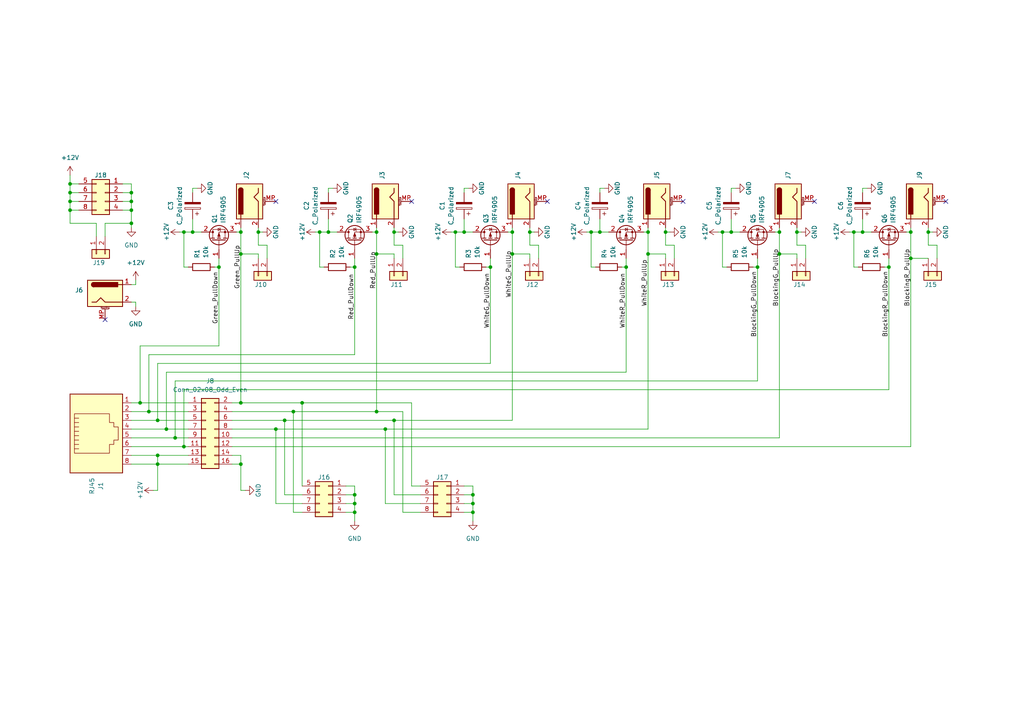
<source format=kicad_sch>
(kicad_sch (version 20230121) (generator eeschema)
  (paper "A4")
  (lib_symbols
    (symbol "Connector:Barrel_Jack_MountingPin" (pin_names hide)
      (property "Reference" "J" (at 0 5.334 0))
      (property "Value" "Barrel_Jack_MountingPin" (at 1.27 -6.35 0))
      (symbol "Barrel_Jack_MountingPin_0_1"
        (rectangle (start -5.08 3.81) (end 5.08 -3.81) (stroke (width 0.254)) (fill (type background)))
        (arc (start -3.302 3.175) (mid -3.9343 2.54) (end -3.302 1.905) (stroke (width 0.254)))
        (arc (start -3.302 3.175) (mid -3.9343 2.54) (end -3.302 1.905) (stroke (width 0.254)) (fill (type outline)))
        (polyline (pts (xy 5.08 2.54) (xy 3.81 2.54)) (stroke (width 0.254)))
        (polyline (pts (xy -3.81 -2.54) (xy -2.54 -2.54) (xy -1.27 -1.27) (xy 0 -2.54) (xy 2.54 -2.54) (xy 5.08 -2.54)) (stroke (width 0.254)))
        (rectangle (start 3.683 3.175) (end -3.302 1.905) (stroke (width 0.254)) (fill (type outline)))
      )
      (symbol "Barrel_Jack_MountingPin_1_1"
        (polyline (pts (xy -1.016 -4.572) (xy 1.016 -4.572)) (stroke (width 0.1524)))
        (text "Mounting" (at 0 -4.191 0) (effects (font (size 0.381 0.381))))
        (pin passive line (at 7.62 2.54 180) (length 2.54) (name "~") (number "1"))
        (pin passive line (at 7.62 -2.54 180) (length 2.54) (name "~") (number "2"))
        (pin passive line (at 0 -7.62 90) (length 3.048) (name "MountPin") (number "MP"))
      )
    )
    (symbol "Connector:RJ45" (pin_names (offset 1.016))
      (property "Reference" "J" (at -5.08 13.97 0))
      (property "Value" "RJ45" (at 2.54 13.97 0))
      (symbol "RJ45_0_1"
        (polyline (pts (xy -5.08 4.445) (xy -6.35 4.445)))
        (polyline (pts (xy -5.08 5.715) (xy -6.35 5.715)))
        (polyline (pts (xy -6.35 -3.175) (xy -5.08 -3.175) (xy -5.08 -3.175)))
        (polyline (pts (xy -6.35 -1.905) (xy -5.08 -1.905) (xy -5.08 -1.905)))
        (polyline (pts (xy -6.35 -0.635) (xy -5.08 -0.635) (xy -5.08 -0.635)))
        (polyline (pts (xy -6.35 0.635) (xy -5.08 0.635) (xy -5.08 0.635)))
        (polyline (pts (xy -6.35 1.905) (xy -5.08 1.905) (xy -5.08 1.905)))
        (polyline (pts (xy -5.08 3.175) (xy -6.35 3.175) (xy -6.35 3.175)))
        (polyline (pts (xy -6.35 -4.445) (xy -6.35 6.985) (xy 3.81 6.985) (xy 3.81 4.445) (xy 5.08 4.445) (xy 5.08 3.175) (xy 6.35 3.175) (xy 6.35 -0.635) (xy 5.08 -0.635) (xy 5.08 -1.905) (xy 3.81 -1.905) (xy 3.81 -4.445) (xy -6.35 -4.445) (xy -6.35 -4.445)))
        (rectangle (start 7.62 12.7) (end -7.62 -10.16) (stroke (width 0.254)) (fill (type background)))
      )
      (symbol "RJ45_1_1"
        (pin passive line (at 10.16 -7.62 180) (length 2.54) (name "~") (number "1"))
        (pin passive line (at 10.16 -5.08 180) (length 2.54) (name "~") (number "2"))
        (pin passive line (at 10.16 -2.54 180) (length 2.54) (name "~") (number "3"))
        (pin passive line (at 10.16 0 180) (length 2.54) (name "~") (number "4"))
        (pin passive line (at 10.16 2.54 180) (length 2.54) (name "~") (number "5"))
        (pin passive line (at 10.16 5.08 180) (length 2.54) (name "~") (number "6"))
        (pin passive line (at 10.16 7.62 180) (length 2.54) (name "~") (number "7"))
        (pin passive line (at 10.16 10.16 180) (length 2.54) (name "~") (number "8"))
      )
    )
    (symbol "Connector_Generic:Conn_01x02" (pin_names (offset 1.016) hide)
      (property "Reference" "J" (at 0 2.54 0))
      (property "Value" "Conn_01x02" (at 0 -5.08 0))
      (symbol "Conn_01x02_1_1"
        (rectangle (start -1.27 -2.413) (end 0 -2.667) (stroke (width 0.1524)))
        (rectangle (start -1.27 0.127) (end 0 -0.127) (stroke (width 0.1524)))
        (rectangle (start -1.27 1.27) (end 1.27 -3.81) (stroke (width 0.254)) (fill (type background)))
        (pin passive line (at -5.08 0 0) (length 3.81) (name "Pin_1") (number "1"))
        (pin passive line (at -5.08 -2.54 0) (length 3.81) (name "Pin_2") (number "2"))
      )
    )
    (symbol "Connector_Generic:Conn_02x04_Top_Bottom" (pin_names (offset 1.016) hide)
      (property "Reference" "J" (at 1.27 5.08 0))
      (property "Value" "Conn_02x04_Top_Bottom" (at 1.27 -7.62 0))
      (symbol "Conn_02x04_Top_Bottom_1_1"
        (rectangle (start -1.27 -4.953) (end 0 -5.207) (stroke (width 0.1524)))
        (rectangle (start -1.27 -2.413) (end 0 -2.667) (stroke (width 0.1524)))
        (rectangle (start -1.27 0.127) (end 0 -0.127) (stroke (width 0.1524)))
        (rectangle (start -1.27 2.667) (end 0 2.413) (stroke (width 0.1524)))
        (rectangle (start -1.27 3.81) (end 3.81 -6.35) (stroke (width 0.254)) (fill (type background)))
        (rectangle (start 3.81 -4.953) (end 2.54 -5.207) (stroke (width 0.1524)))
        (rectangle (start 3.81 -2.413) (end 2.54 -2.667) (stroke (width 0.1524)))
        (rectangle (start 3.81 0.127) (end 2.54 -0.127) (stroke (width 0.1524)))
        (rectangle (start 3.81 2.667) (end 2.54 2.413) (stroke (width 0.1524)))
        (pin passive line (at -5.08 2.54 0) (length 3.81) (name "Pin_1") (number "1"))
        (pin passive line (at -5.08 0 0) (length 3.81) (name "Pin_2") (number "2"))
        (pin passive line (at -5.08 -2.54 0) (length 3.81) (name "Pin_3") (number "3"))
        (pin passive line (at -5.08 -5.08 0) (length 3.81) (name "Pin_4") (number "4"))
        (pin passive line (at 7.62 2.54 180) (length 3.81) (name "Pin_5") (number "5"))
        (pin passive line (at 7.62 0 180) (length 3.81) (name "Pin_6") (number "6"))
        (pin passive line (at 7.62 -2.54 180) (length 3.81) (name "Pin_7") (number "7"))
        (pin passive line (at 7.62 -5.08 180) (length 3.81) (name "Pin_8") (number "8"))
      )
    )
    (symbol "Connector_Generic:Conn_02x08_Odd_Even" (pin_names (offset 1.016) hide)
      (property "Reference" "J" (at 1.27 10.16 0))
      (property "Value" "Conn_02x08_Odd_Even" (at 1.27 -12.7 0))
      (symbol "Conn_02x08_Odd_Even_1_1"
        (rectangle (start -1.27 -10.033) (end 0 -10.287) (stroke (width 0.1524)))
        (rectangle (start -1.27 -7.493) (end 0 -7.747) (stroke (width 0.1524)))
        (rectangle (start -1.27 -4.953) (end 0 -5.207) (stroke (width 0.1524)))
        (rectangle (start -1.27 -2.413) (end 0 -2.667) (stroke (width 0.1524)))
        (rectangle (start -1.27 0.127) (end 0 -0.127) (stroke (width 0.1524)))
        (rectangle (start -1.27 2.667) (end 0 2.413) (stroke (width 0.1524)))
        (rectangle (start -1.27 5.207) (end 0 4.953) (stroke (width 0.1524)))
        (rectangle (start -1.27 7.747) (end 0 7.493) (stroke (width 0.1524)))
        (rectangle (start -1.27 8.89) (end 3.81 -11.43) (stroke (width 0.254)) (fill (type background)))
        (rectangle (start 3.81 -10.033) (end 2.54 -10.287) (stroke (width 0.1524)))
        (rectangle (start 3.81 -7.493) (end 2.54 -7.747) (stroke (width 0.1524)))
        (rectangle (start 3.81 -4.953) (end 2.54 -5.207) (stroke (width 0.1524)))
        (rectangle (start 3.81 -2.413) (end 2.54 -2.667) (stroke (width 0.1524)))
        (rectangle (start 3.81 0.127) (end 2.54 -0.127) (stroke (width 0.1524)))
        (rectangle (start 3.81 2.667) (end 2.54 2.413) (stroke (width 0.1524)))
        (rectangle (start 3.81 5.207) (end 2.54 4.953) (stroke (width 0.1524)))
        (rectangle (start 3.81 7.747) (end 2.54 7.493) (stroke (width 0.1524)))
        (pin passive line (at -5.08 7.62 0) (length 3.81) (name "Pin_1") (number "1"))
        (pin passive line (at 7.62 -2.54 180) (length 3.81) (name "Pin_10") (number "10"))
        (pin passive line (at -5.08 -5.08 0) (length 3.81) (name "Pin_11") (number "11"))
        (pin passive line (at 7.62 -5.08 180) (length 3.81) (name "Pin_12") (number "12"))
        (pin passive line (at -5.08 -7.62 0) (length 3.81) (name "Pin_13") (number "13"))
        (pin passive line (at 7.62 -7.62 180) (length 3.81) (name "Pin_14") (number "14"))
        (pin passive line (at -5.08 -10.16 0) (length 3.81) (name "Pin_15") (number "15"))
        (pin passive line (at 7.62 -10.16 180) (length 3.81) (name "Pin_16") (number "16"))
        (pin passive line (at 7.62 7.62 180) (length 3.81) (name "Pin_2") (number "2"))
        (pin passive line (at -5.08 5.08 0) (length 3.81) (name "Pin_3") (number "3"))
        (pin passive line (at 7.62 5.08 180) (length 3.81) (name "Pin_4") (number "4"))
        (pin passive line (at -5.08 2.54 0) (length 3.81) (name "Pin_5") (number "5"))
        (pin passive line (at 7.62 2.54 180) (length 3.81) (name "Pin_6") (number "6"))
        (pin passive line (at -5.08 0 0) (length 3.81) (name "Pin_7") (number "7"))
        (pin passive line (at 7.62 0 180) (length 3.81) (name "Pin_8") (number "8"))
        (pin passive line (at -5.08 -2.54 0) (length 3.81) (name "Pin_9") (number "9"))
      )
    )
    (symbol "Device:C_Polarized" (pin_numbers hide) (pin_names (offset 0.254))
      (property "Reference" "C" (at 0.635 2.54 0))
      (property "Value" "C_Polarized" (at 0.635 -2.54 0))
      (symbol "C_Polarized_0_1"
        (rectangle (start -2.286 0.508) (end 2.286 1.016))
        (polyline (pts (xy -1.778 2.286) (xy -0.762 2.286)))
        (polyline (pts (xy -1.27 2.794) (xy -1.27 1.778)))
        (rectangle (start 2.286 -0.508) (end -2.286 -1.016) (fill (type outline)))
      )
      (symbol "C_Polarized_1_1"
        (pin passive line (at 0 3.81 270) (length 2.794) (name "~") (number "1"))
        (pin passive line (at 0 -3.81 90) (length 2.794) (name "~") (number "2"))
      )
    )
    (symbol "Device:R" (pin_numbers hide) (pin_names (offset 0))
      (property "Reference" "R" (at 2.032 0 90))
      (property "Value" "R" (at 0 0 90))
      (symbol "R_0_1"
        (rectangle (start -1.016 -2.54) (end 1.016 2.54) (stroke (width 0.254)))
      )
      (symbol "R_1_1"
        (pin passive line (at 0 3.81 270) (length 1.27) (name "~") (number "1"))
        (pin passive line (at 0 -3.81 90) (length 1.27) (name "~") (number "2"))
      )
    )
    (symbol "Transistor_FET:IRF4905" (pin_names hide)
      (property "Reference" "Q" (at 5.08 1.905 0))
      (property "Value" "IRF4905" (at 5.08 0 0))
      (symbol "IRF4905_0_1"
        (polyline (pts (xy 0.254 0) (xy -2.54 0)))
        (polyline (pts (xy 0.254 1.905) (xy 0.254 -1.905)) (stroke (width 0.254)))
        (polyline (pts (xy 0.762 -1.27) (xy 0.762 -2.286)) (stroke (width 0.254)))
        (polyline (pts (xy 0.762 0.508) (xy 0.762 -0.508)) (stroke (width 0.254)))
        (polyline (pts (xy 0.762 2.286) (xy 0.762 1.27)) (stroke (width 0.254)))
        (polyline (pts (xy 2.54 2.54) (xy 2.54 1.778)))
        (polyline (pts (xy 2.54 -2.54) (xy 2.54 0) (xy 0.762 0)))
        (polyline (pts (xy 0.762 1.778) (xy 3.302 1.778) (xy 3.302 -1.778) (xy 0.762 -1.778)))
        (polyline (pts (xy 2.286 0) (xy 1.27 0.381) (xy 1.27 -0.381) (xy 2.286 0)) (fill (type outline)))
        (polyline (pts (xy 2.794 -0.508) (xy 2.921 -0.381) (xy 3.683 -0.381) (xy 3.81 -0.254)))
        (polyline (pts (xy 3.302 -0.381) (xy 2.921 0.254) (xy 3.683 0.254) (xy 3.302 -0.381)))
        (circle (center 1.651 0) (radius 2.794) (stroke (width 0.254)))
        (circle (center 2.54 -1.778) (radius 0.254) (fill (type outline)))
        (circle (center 2.54 1.778) (radius 0.254) (fill (type outline)))
      )
      (symbol "IRF4905_1_1"
        (pin input line (at -5.08 0 0) (length 2.54) (name "G") (number "1"))
        (pin passive line (at 2.54 5.08 270) (length 2.54) (name "D") (number "2"))
        (pin passive line (at 2.54 -5.08 90) (length 2.54) (name "S") (number "3"))
      )
    )
    (symbol "power:+12V" (power) (pin_names (offset 0))
      (property "Value" "+12V" (at 0 3.556 0))
      (symbol "+12V_0_1"
        (polyline (pts (xy -0.762 1.27) (xy 0 2.54)))
        (polyline (pts (xy 0 0) (xy 0 2.54)))
        (polyline (pts (xy 0 2.54) (xy 0.762 1.27)))
      )
      (symbol "+12V_1_1"
        (pin power_in line (at 0 0 90) (length 0) hide (name "+12V") (number "1"))
      )
    )
    (symbol "power:GND" (power) (pin_names (offset 0))
      (property "Value" "GND" (at 0 -3.81 0))
      (symbol "GND_0_1"
        (polyline (pts (xy 0 0) (xy 0 -1.27) (xy 1.27 -1.27) (xy 0 -2.54) (xy -1.27 -1.27) (xy 0 -1.27)))
      )
      (symbol "GND_1_1"
        (pin power_in line (at 0 0 270) (length 0) hide (name "GND") (number "1"))
      )
    )
  )
  (junction (at 20.32 60.96))
  (junction (at 69.85 116.84))
  (junction (at 109.22 73.66))
  (junction (at 187.96 73.66))
  (junction (at 109.22 67.31))
  (junction (at 95.25 67.31))
  (junction (at 45.72 132.08))
  (junction (at 102.87 143.51))
  (junction (at 102.87 148.59))
  (junction (at 45.72 134.62))
  (junction (at 142.24 77.47))
  (junction (at 114.3 67.31))
  (junction (at 74.93 67.31))
  (junction (at 50.8 127))
  (junction (at 181.61 77.47))
  (junction (at 173.99 67.31))
  (junction (at 250.19 67.31))
  (junction (at 45.72 121.92))
  (junction (at 132.08 67.31))
  (junction (at 269.24 67.31))
  (junction (at 85.09 119.38))
  (junction (at 43.18 119.38))
  (junction (at 38.1 55.88))
  (junction (at 63.5 77.47))
  (junction (at 69.85 67.31))
  (junction (at 109.22 119.38))
  (junction (at 38.1 64.77))
  (junction (at 20.32 58.42))
  (junction (at 148.59 67.31))
  (junction (at 148.59 73.66))
  (junction (at 231.14 67.31))
  (junction (at 114.3 121.92))
  (junction (at 55.88 67.31))
  (junction (at 247.65 67.31))
  (junction (at 102.87 77.47))
  (junction (at 134.62 67.31))
  (junction (at 219.71 77.47))
  (junction (at 20.32 55.88))
  (junction (at 171.45 67.31))
  (junction (at 212.09 67.31))
  (junction (at 226.06 67.31))
  (junction (at 193.04 67.31))
  (junction (at 53.34 129.54))
  (junction (at 102.87 146.05))
  (junction (at 40.64 116.84))
  (junction (at 80.01 124.46))
  (junction (at 264.16 67.31))
  (junction (at 137.16 143.51))
  (junction (at 137.16 148.59))
  (junction (at 187.96 67.31))
  (junction (at 20.32 53.34))
  (junction (at 209.55 67.31))
  (junction (at 69.85 134.62))
  (junction (at 82.55 121.92))
  (junction (at 264.16 74.93))
  (junction (at 69.85 73.66))
  (junction (at 38.1 58.42))
  (junction (at 53.34 67.31))
  (junction (at 153.67 67.31))
  (junction (at 111.76 124.46))
  (junction (at 257.81 77.47))
  (junction (at 92.71 67.31))
  (junction (at 38.1 60.96))
  (junction (at 137.16 146.05))
  (junction (at 87.63 116.84))
  (junction (at 48.26 124.46))
  (junction (at 226.06 73.66))
  (no_connect (at 304.8 78.74))
  (no_connect (at 30.48 92.71))
  (no_connect (at 119.38 58.42))
  (no_connect (at 274.32 58.42))
  (no_connect (at 80.01 58.42))
  (no_connect (at 236.22 58.42))
  (no_connect (at 198.12 58.42))
  (no_connect (at 158.75 58.42))
  (wire (pts (xy 39.37 82.55) (xy 39.37 81.28)))
  (wire (pts (xy 39.37 87.63) (xy 39.37 88.9)))
  (wire (pts (xy 91.44 67.31) (xy 92.71 67.31)))
  (wire (pts (xy 102.87 148.59) (xy 102.87 151.13)))
  (wire (pts (xy 142.24 77.47) (xy 142.24 74.93)))
  (wire (pts (xy 87.63 116.84) (xy 119.38 116.84)))
  (wire (pts (xy 142.24 105.41) (xy 142.24 77.47)))
  (wire (pts (xy 95.25 67.31) (xy 95.25 63.5)))
  (wire (pts (xy 208.28 67.31) (xy 209.55 67.31)))
  (wire (pts (xy 137.16 148.59) (xy 137.16 151.13)))
  (wire (pts (xy 269.24 67.31) (xy 269.24 66.04)))
  (wire (pts (xy 40.64 100.33) (xy 40.64 116.84)))
  (wire (pts (xy 257.81 77.47) (xy 257.81 74.93)))
  (wire (pts (xy 250.19 67.31) (xy 252.73 67.31)))
  (wire (pts (xy 63.5 77.47) (xy 63.5 74.93)))
  (wire (pts (xy 187.96 73.66) (xy 187.96 124.46)))
  (wire (pts (xy 193.04 73.66) (xy 187.96 73.66)))
  (wire (pts (xy 69.85 134.62) (xy 69.85 142.24)))
  (wire (pts (xy 92.71 67.31) (xy 95.25 67.31)))
  (wire (pts (xy 111.76 146.05) (xy 121.92 146.05)))
  (wire (pts (xy 38.1 121.92) (xy 45.72 121.92)))
  (wire (pts (xy 187.96 67.31) (xy 187.96 66.04)))
  (wire (pts (xy 171.45 77.47) (xy 171.45 67.31)))
  (wire (pts (xy 53.34 77.47) (xy 53.34 67.31)))
  (wire (pts (xy 68.58 67.31) (xy 69.85 67.31)))
  (wire (pts (xy 219.71 77.47) (xy 219.71 74.93)))
  (wire (pts (xy 148.59 67.31) (xy 148.59 66.04)))
  (wire (pts (xy 173.99 55.88) (xy 173.99 54.61)))
  (wire (pts (xy 100.33 146.05) (xy 102.87 146.05)))
  (wire (pts (xy 114.3 71.12) (xy 114.3 67.31)))
  (wire (pts (xy 233.68 74.93) (xy 233.68 71.12)))
  (wire (pts (xy 74.93 67.31) (xy 76.2 67.31)))
  (wire (pts (xy 116.84 71.12) (xy 114.3 71.12)))
  (wire (pts (xy 102.87 102.87) (xy 102.87 77.47)))
  (wire (pts (xy 173.99 67.31) (xy 176.53 67.31)))
  (wire (pts (xy 85.09 119.38) (xy 109.22 119.38)))
  (wire (pts (xy 262.89 67.31) (xy 264.16 67.31)))
  (wire (pts (xy 256.54 77.47) (xy 257.81 77.47)))
  (wire (pts (xy 92.71 77.47) (xy 93.98 77.47)))
  (wire (pts (xy 119.38 140.97) (xy 119.38 116.84)))
  (wire (pts (xy 153.67 73.66) (xy 148.59 73.66)))
  (wire (pts (xy 55.88 54.61) (xy 57.15 54.61)))
  (wire (pts (xy 109.22 67.31) (xy 109.22 73.66)))
  (wire (pts (xy 218.44 77.47) (xy 219.71 77.47)))
  (wire (pts (xy 45.72 142.24) (xy 45.72 134.62)))
  (wire (pts (xy 38.1 119.38) (xy 43.18 119.38)))
  (wire (pts (xy 156.21 74.93) (xy 156.21 71.12)))
  (wire (pts (xy 38.1 82.55) (xy 39.37 82.55)))
  (wire (pts (xy 109.22 73.66) (xy 109.22 119.38)))
  (wire (pts (xy 132.08 67.31) (xy 134.62 67.31)))
  (wire (pts (xy 69.85 142.24) (xy 71.12 142.24)))
  (wire (pts (xy 30.48 64.77) (xy 38.1 64.77)))
  (wire (pts (xy 219.71 110.49) (xy 219.71 77.47)))
  (wire (pts (xy 77.47 74.93) (xy 77.47 71.12)))
  (wire (pts (xy 173.99 54.61) (xy 175.26 54.61)))
  (wire (pts (xy 186.69 67.31) (xy 187.96 67.31)))
  (wire (pts (xy 63.5 100.33) (xy 63.5 77.47)))
  (wire (pts (xy 92.71 77.47) (xy 92.71 67.31)))
  (wire (pts (xy 20.32 55.88) (xy 22.86 55.88)))
  (wire (pts (xy 69.85 67.31) (xy 69.85 73.66)))
  (wire (pts (xy 27.94 64.77) (xy 20.32 64.77)))
  (wire (pts (xy 38.1 55.88) (xy 38.1 58.42)))
  (wire (pts (xy 224.79 67.31) (xy 226.06 67.31)))
  (wire (pts (xy 134.62 140.97) (xy 137.16 140.97)))
  (wire (pts (xy 111.76 146.05) (xy 111.76 124.46)))
  (wire (pts (xy 69.85 132.08) (xy 69.85 134.62)))
  (wire (pts (xy 212.09 54.61) (xy 213.36 54.61)))
  (wire (pts (xy 231.14 74.93) (xy 231.14 73.66)))
  (wire (pts (xy 257.81 113.03) (xy 257.81 77.47)))
  (wire (pts (xy 250.19 55.88) (xy 250.19 54.61)))
  (wire (pts (xy 250.19 67.31) (xy 250.19 63.5)))
  (wire (pts (xy 35.56 53.34) (xy 38.1 53.34)))
  (wire (pts (xy 45.72 105.41) (xy 45.72 121.92)))
  (wire (pts (xy 52.07 67.31) (xy 53.34 67.31)))
  (wire (pts (xy 95.25 67.31) (xy 97.79 67.31)))
  (wire (pts (xy 80.01 124.46) (xy 80.01 146.05)))
  (wire (pts (xy 48.26 107.95) (xy 48.26 124.46)))
  (wire (pts (xy 67.31 121.92) (xy 82.55 121.92)))
  (wire (pts (xy 231.14 67.31) (xy 232.41 67.31)))
  (wire (pts (xy 20.32 53.34) (xy 20.32 55.88)))
  (wire (pts (xy 82.55 121.92) (xy 114.3 121.92)))
  (wire (pts (xy 20.32 53.34) (xy 22.86 53.34)))
  (wire (pts (xy 231.14 71.12) (xy 231.14 67.31)))
  (wire (pts (xy 80.01 146.05) (xy 87.63 146.05)))
  (wire (pts (xy 193.04 74.93) (xy 193.04 73.66)))
  (wire (pts (xy 27.94 68.58) (xy 27.94 64.77)))
  (wire (pts (xy 50.8 110.49) (xy 219.71 110.49)))
  (wire (pts (xy 107.95 67.31) (xy 109.22 67.31)))
  (wire (pts (xy 247.65 67.31) (xy 250.19 67.31)))
  (wire (pts (xy 38.1 134.62) (xy 45.72 134.62)))
  (wire (pts (xy 153.67 74.93) (xy 153.67 73.66)))
  (wire (pts (xy 100.33 148.59) (xy 102.87 148.59)))
  (wire (pts (xy 38.1 87.63) (xy 39.37 87.63)))
  (wire (pts (xy 20.32 64.77) (xy 20.32 60.96)))
  (wire (pts (xy 247.65 77.47) (xy 248.92 77.47)))
  (wire (pts (xy 134.62 67.31) (xy 134.62 63.5)))
  (wire (pts (xy 212.09 67.31) (xy 212.09 63.5)))
  (wire (pts (xy 67.31 124.46) (xy 80.01 124.46)))
  (wire (pts (xy 114.3 121.92) (xy 148.59 121.92)))
  (wire (pts (xy 137.16 143.51) (xy 137.16 146.05)))
  (wire (pts (xy 69.85 116.84) (xy 87.63 116.84)))
  (wire (pts (xy 153.67 71.12) (xy 153.67 67.31)))
  (wire (pts (xy 38.1 127) (xy 50.8 127)))
  (wire (pts (xy 38.1 53.34) (xy 38.1 55.88)))
  (wire (pts (xy 82.55 143.51) (xy 87.63 143.51)))
  (wire (pts (xy 193.04 67.31) (xy 194.31 67.31)))
  (wire (pts (xy 147.32 67.31) (xy 148.59 67.31)))
  (wire (pts (xy 102.87 77.47) (xy 102.87 74.93)))
  (wire (pts (xy 38.1 129.54) (xy 53.34 129.54)))
  (wire (pts (xy 20.32 55.88) (xy 20.32 58.42)))
  (wire (pts (xy 114.3 74.93) (xy 114.3 73.66)))
  (wire (pts (xy 209.55 77.47) (xy 210.82 77.47)))
  (wire (pts (xy 114.3 67.31) (xy 114.3 66.04)))
  (wire (pts (xy 53.34 77.47) (xy 54.61 77.47)))
  (wire (pts (xy 69.85 73.66) (xy 74.93 73.66)))
  (wire (pts (xy 55.88 67.31) (xy 53.34 67.31)))
  (wire (pts (xy 156.21 71.12) (xy 153.67 71.12)))
  (wire (pts (xy 269.24 67.31) (xy 270.51 67.31)))
  (wire (pts (xy 63.5 100.33) (xy 40.64 100.33)))
  (wire (pts (xy 67.31 119.38) (xy 85.09 119.38)))
  (wire (pts (xy 271.78 74.93) (xy 271.78 71.12)))
  (wire (pts (xy 137.16 148.59) (xy 134.62 148.59)))
  (wire (pts (xy 119.38 140.97) (xy 121.92 140.97)))
  (wire (pts (xy 38.1 116.84) (xy 40.64 116.84)))
  (wire (pts (xy 20.32 50.8) (xy 20.32 53.34)))
  (wire (pts (xy 264.16 129.54) (xy 264.16 74.93)))
  (wire (pts (xy 95.25 55.88) (xy 95.25 54.61)))
  (wire (pts (xy 45.72 134.62) (xy 54.61 134.62)))
  (wire (pts (xy 20.32 58.42) (xy 22.86 58.42)))
  (wire (pts (xy 53.34 113.03) (xy 257.81 113.03)))
  (wire (pts (xy 80.01 124.46) (xy 111.76 124.46)))
  (wire (pts (xy 87.63 116.84) (xy 87.63 140.97)))
  (wire (pts (xy 264.16 74.93) (xy 264.16 67.31)))
  (wire (pts (xy 226.06 73.66) (xy 226.06 67.31)))
  (wire (pts (xy 209.55 77.47) (xy 209.55 67.31)))
  (wire (pts (xy 44.45 142.24) (xy 45.72 142.24)))
  (wire (pts (xy 187.96 67.31) (xy 187.96 73.66)))
  (wire (pts (xy 116.84 119.38) (xy 116.84 148.59)))
  (wire (pts (xy 181.61 107.95) (xy 181.61 77.47)))
  (wire (pts (xy 231.14 67.31) (xy 231.14 66.04)))
  (wire (pts (xy 48.26 107.95) (xy 181.61 107.95)))
  (wire (pts (xy 69.85 67.31) (xy 69.85 66.04)))
  (wire (pts (xy 109.22 67.31) (xy 109.22 66.04)))
  (wire (pts (xy 226.06 127) (xy 226.06 73.66)))
  (wire (pts (xy 38.1 124.46) (xy 48.26 124.46)))
  (wire (pts (xy 271.78 71.12) (xy 269.24 71.12)))
  (wire (pts (xy 111.76 124.46) (xy 187.96 124.46)))
  (wire (pts (xy 180.34 77.47) (xy 181.61 77.47)))
  (wire (pts (xy 35.56 58.42) (xy 38.1 58.42)))
  (wire (pts (xy 38.1 132.08) (xy 45.72 132.08)))
  (wire (pts (xy 85.09 119.38) (xy 85.09 148.59)))
  (wire (pts (xy 38.1 60.96) (xy 38.1 64.77)))
  (wire (pts (xy 130.81 67.31) (xy 132.08 67.31)))
  (wire (pts (xy 55.88 67.31) (xy 55.88 63.5)))
  (wire (pts (xy 102.87 102.87) (xy 43.18 102.87)))
  (wire (pts (xy 250.19 54.61) (xy 251.46 54.61)))
  (wire (pts (xy 114.3 67.31) (xy 115.57 67.31)))
  (wire (pts (xy 102.87 143.51) (xy 102.87 146.05)))
  (wire (pts (xy 67.31 127) (xy 226.06 127)))
  (wire (pts (xy 140.97 77.47) (xy 142.24 77.47)))
  (wire (pts (xy 100.33 143.51) (xy 102.87 143.51)))
  (wire (pts (xy 102.87 140.97) (xy 102.87 143.51)))
  (wire (pts (xy 101.6 77.47) (xy 102.87 77.47)))
  (wire (pts (xy 20.32 60.96) (xy 22.86 60.96)))
  (wire (pts (xy 137.16 140.97) (xy 137.16 143.51)))
  (wire (pts (xy 134.62 143.51) (xy 137.16 143.51)))
  (wire (pts (xy 134.62 55.88) (xy 134.62 54.61)))
  (wire (pts (xy 148.59 73.66) (xy 148.59 121.92)))
  (wire (pts (xy 137.16 146.05) (xy 137.16 148.59)))
  (wire (pts (xy 153.67 67.31) (xy 153.67 66.04)))
  (wire (pts (xy 74.93 74.93) (xy 74.93 73.66)))
  (wire (pts (xy 74.93 71.12) (xy 74.93 67.31)))
  (wire (pts (xy 173.99 67.31) (xy 173.99 63.5)))
  (wire (pts (xy 233.68 71.12) (xy 231.14 71.12)))
  (wire (pts (xy 193.04 71.12) (xy 193.04 67.31)))
  (wire (pts (xy 50.8 127) (xy 54.61 127)))
  (wire (pts (xy 148.59 67.31) (xy 148.59 73.66)))
  (wire (pts (xy 74.93 67.31) (xy 74.93 66.04)))
  (wire (pts (xy 193.04 67.31) (xy 193.04 66.04)))
  (wire (pts (xy 85.09 148.59) (xy 87.63 148.59)))
  (wire (pts (xy 212.09 67.31) (xy 214.63 67.31)))
  (wire (pts (xy 171.45 77.47) (xy 172.72 77.47)))
  (wire (pts (xy 50.8 127) (xy 50.8 110.49)))
  (wire (pts (xy 132.08 77.47) (xy 133.35 77.47)))
  (wire (pts (xy 38.1 60.96) (xy 35.56 60.96)))
  (wire (pts (xy 102.87 146.05) (xy 102.87 148.59)))
  (wire (pts (xy 43.18 102.87) (xy 43.18 119.38)))
  (wire (pts (xy 231.14 73.66) (xy 226.06 73.66)))
  (wire (pts (xy 69.85 73.66) (xy 69.85 116.84)))
  (wire (pts (xy 195.58 74.93) (xy 195.58 71.12)))
  (wire (pts (xy 269.24 71.12) (xy 269.24 67.31)))
  (wire (pts (xy 43.18 119.38) (xy 54.61 119.38)))
  (wire (pts (xy 38.1 64.77) (xy 38.1 66.04)))
  (wire (pts (xy 62.23 77.47) (xy 63.5 77.47)))
  (wire (pts (xy 45.72 121.92) (xy 54.61 121.92)))
  (wire (pts (xy 114.3 143.51) (xy 121.92 143.51)))
  (wire (pts (xy 100.33 140.97) (xy 102.87 140.97)))
  (wire (pts (xy 181.61 77.47) (xy 181.61 74.93)))
  (wire (pts (xy 134.62 67.31) (xy 137.16 67.31)))
  (wire (pts (xy 153.67 67.31) (xy 154.94 67.31)))
  (wire (pts (xy 170.18 67.31) (xy 171.45 67.31)))
  (wire (pts (xy 38.1 58.42) (xy 38.1 60.96)))
  (wire (pts (xy 53.34 129.54) (xy 53.34 113.03)))
  (wire (pts (xy 20.32 58.42) (xy 20.32 60.96)))
  (wire (pts (xy 264.16 67.31) (xy 264.16 66.04)))
  (wire (pts (xy 264.16 74.93) (xy 269.24 74.93)))
  (wire (pts (xy 142.24 105.41) (xy 45.72 105.41)))
  (wire (pts (xy 134.62 54.61) (xy 135.89 54.61)))
  (wire (pts (xy 45.72 132.08) (xy 54.61 132.08)))
  (wire (pts (xy 134.62 146.05) (xy 137.16 146.05)))
  (wire (pts (xy 77.47 71.12) (xy 74.93 71.12)))
  (wire (pts (xy 35.56 55.88) (xy 38.1 55.88)))
  (wire (pts (xy 55.88 67.31) (xy 58.42 67.31)))
  (wire (pts (xy 53.34 129.54) (xy 54.61 129.54)))
  (wire (pts (xy 116.84 119.38) (xy 109.22 119.38)))
  (wire (pts (xy 30.48 68.58) (xy 30.48 64.77)))
  (wire (pts (xy 209.55 67.31) (xy 212.09 67.31)))
  (wire (pts (xy 226.06 67.31) (xy 226.06 66.04)))
  (wire (pts (xy 132.08 77.47) (xy 132.08 67.31)))
  (wire (pts (xy 67.31 132.08) (xy 69.85 132.08)))
  (wire (pts (xy 95.25 54.61) (xy 96.52 54.61)))
  (wire (pts (xy 114.3 73.66) (xy 109.22 73.66)))
  (wire (pts (xy 67.31 129.54) (xy 264.16 129.54)))
  (wire (pts (xy 45.72 132.08) (xy 45.72 134.62)))
  (wire (pts (xy 247.65 77.47) (xy 247.65 67.31)))
  (wire (pts (xy 82.55 121.92) (xy 82.55 143.51)))
  (wire (pts (xy 212.09 55.88) (xy 212.09 54.61)))
  (wire (pts (xy 69.85 116.84) (xy 67.31 116.84)))
  (wire (pts (xy 67.31 134.62) (xy 69.85 134.62)))
  (wire (pts (xy 171.45 67.31) (xy 173.99 67.31)))
  (wire (pts (xy 121.92 148.59) (xy 116.84 148.59)))
  (wire (pts (xy 195.58 71.12) (xy 193.04 71.12)))
  (wire (pts (xy 246.38 67.31) (xy 247.65 67.31)))
  (wire (pts (xy 114.3 121.92) (xy 114.3 143.51)))
  (wire (pts (xy 48.26 124.46) (xy 54.61 124.46)))
  (wire (pts (xy 116.84 74.93) (xy 116.84 71.12)))
  (wire (pts (xy 40.64 116.84) (xy 54.61 116.84)))
  (wire (pts (xy 55.88 55.88) (xy 55.88 54.61)))
  (label "WhiteR_PullUp" (at 187.96 88.9 90))
  (label "Green_PullUp" (at 69.85 83.82 90))
  (label "Red_PullDown" (at 102.87 92.71 90))
  (label "BlockingG_PullUp" (at 226.06 88.9 90))
  (label "Green_PullDown" (at 63.5 93.98 90))
  (label "WhiteG_PullDown" (at 142.24 95.25 90))
  (label "BlockingR_PullUp" (at 264.16 88.9 90))
  (label "BlockingR_PullDown" (at 257.81 97.79 90))
  (label "Red_PullUp" (at 109.22 83.82 90))
  (label "BlockingG_PullDown" (at 219.71 97.79 90))
  (label "WhiteR_PullDown" (at 181.61 95.25 90))
  (label "WhiteG_PullUp" (at 148.59 86.36 90))
  (symbol (lib_id "Transistor_FET:IRF4905") (at 257.81 69.85 90) (unit 1)
    (property "Reference" "Q6" (at 256.54 64.77 0) (effects (justify left)))
    (property "Value" "IRF4905" (at 259.08 64.77 0) (effects (justify left)))
    (property "Footprint" "Package_TO_SOT_THT:TO-220-3_Vertical" (effects hide))
    (property "Datasheet" "http://www.infineon.com/dgdl/irf4905.pdf?fileId=5546d462533600a4015355e32165197c" (effects hide))
  )
  (symbol (lib_id "Connector:Barrel_Jack_MountingPin") (at 30.48 85.09 0) (unit 1)
    (property "Reference" "J6" (at 24.13 84.1756 0) (effects (justify right)))
    (property "Value" "Barrel_Jack_MountingPin" (effects hide))
    (property "Footprint" "Library:BarrelJack_GCT_DCJ200-10-A_Horizontal" (effects hide))
  )
  (symbol (lib_id "Connector:Barrel_Jack_MountingPin") (at 228.6 58.42 90) (mirror x) (unit 1)
    (property "Reference" "J7" (at 228.6 52.07 0) (effects (justify right)))
    (property "Value" "Barrel_Jack_MountingPin" (effects hide))
    (property "Footprint" "Library:BarrelJack_GCT_DCJ200-10-A_Horizontal" (effects hide))
  )
  (symbol (lib_id "Device:C_Polarized") (at 212.09 59.69 180) (unit 1)
    (property "Reference" "C5" (at 205.74 59.69 90))
    (property "Value" "C_Polarized" (at 208.28 59.69 90))
    (property "Footprint" "Capacitor_THT:CP_Radial_D6.3mm_P2.50mm" (effects hide))
  )
  (symbol (lib_id "Device:C_Polarized") (at 55.88 59.69 180) (unit 1)
    (property "Reference" "C3" (at 49.53 59.69 90))
    (property "Value" "C_Polarized" (at 52.07 59.69 90))
    (property "Footprint" "Capacitor_THT:CP_Radial_D6.3mm_P2.50mm" (effects hide))
  )
  (symbol (lib_id "Connector_Generic:Conn_01x02") (at 269.24 80.01 90) (mirror x) (unit 1)
    (property "Reference" "J15" (at 271.78 82.55 90) (effects (justify left)))
    (property "Value" "Conn_01x02" (effects hide))
    (property "Footprint" "Connector_Phoenix_MSTB:PhoenixContact_MSTBA_2,5_2-G-5,08_1x02_P5.08mm_Horizontal" (effects hide))
  )
  (symbol (lib_id "power:GND") (at 76.2 67.31 90) (unit 1)
    (property "Reference" "#PWR02" (effects hide))
    (property "Value" "GND" (at 80.01 67.31 0))
  )
  (symbol (lib_id "power:+12V") (at 130.81 67.31 90) (unit 1)
    (property "Reference" "#PWR05" (effects hide))
    (property "Value" "+12V" (at 127 67.31 0))
  )
  (symbol (lib_id "power:GND") (at 213.36 54.61 90) (unit 1)
    (property "Reference" "#PWR018" (effects hide))
    (property "Value" "GND" (at 217.17 54.61 0))
  )
  (symbol (lib_id "Transistor_FET:IRF4905") (at 219.71 69.85 90) (unit 1)
    (property "Reference" "Q5" (at 218.44 64.77 0) (effects (justify left)))
    (property "Value" "IRF4905" (at 220.98 64.77 0) (effects (justify left)))
    (property "Footprint" "Package_TO_SOT_THT:TO-220-3_Vertical" (effects hide))
    (property "Datasheet" "http://www.infineon.com/dgdl/irf4905.pdf?fileId=5546d462533600a4015355e32165197c" (effects hide))
  )
  (symbol (lib_id "Connector_Generic:Conn_02x04_Top_Bottom") (at 30.48 55.88 0) (mirror y) (unit 1)
    (property "Reference" "J18" (at 29.21 50.8 0))
    (property "Value" "Conn_02x04_Top_Bottom" (effects hide))
    (property "Footprint" "Connector_Molex:Molex_Mini-Fit_Jr_5569-08A2_2x04_P4.20mm_Horizontal" (effects hide))
  )
  (symbol (lib_id "power:GND") (at 270.51 67.31 90) (unit 1)
    (property "Reference" "#PWR022" (effects hide))
    (property "Value" "GND" (at 274.32 67.31 0))
  )
  (symbol (lib_id "power:GND") (at 232.41 67.31 90) (unit 1)
    (property "Reference" "#PWR019" (effects hide))
    (property "Value" "GND" (at 236.22 67.31 0))
  )
  (symbol (lib_id "power:GND") (at 194.31 67.31 90) (unit 1)
    (property "Reference" "#PWR08" (effects hide))
    (property "Value" "GND" (at 198.12 67.31 0))
  )
  (symbol (lib_id "Connector:Barrel_Jack_MountingPin") (at 111.76 58.42 90) (mirror x) (unit 1)
    (property "Reference" "J3" (at 110.8456 52.07 0) (effects (justify right)))
    (property "Value" "Barrel_Jack_MountingPin" (effects hide))
    (property "Footprint" "Library:BarrelJack_GCT_DCJ200-10-A_Horizontal" (effects hide))
  )
  (symbol (lib_id "Device:R") (at 176.53 77.47 90) (unit 1)
    (property "Reference" "R4" (at 175.26 74.93 0) (effects (justify left)))
    (property "Value" "10k" (at 177.8 74.93 0) (effects (justify left)))
    (property "Footprint" "Resistor_THT:R_Axial_DIN0207_L6.3mm_D2.5mm_P10.16mm_Horizontal" (effects hide))
  )
  (symbol (lib_id "Connector_Generic:Conn_01x02") (at 231.14 80.01 90) (mirror x) (unit 1)
    (property "Reference" "J14" (at 233.68 82.55 90) (effects (justify left)))
    (property "Value" "Conn_01x02" (effects hide))
    (property "Footprint" "Connector_Phoenix_MSTB:PhoenixContact_MSTBA_2,5_2-G-5,08_1x02_P5.08mm_Horizontal" (effects hide))
  )
  (symbol (lib_id "Connector_Generic:Conn_01x02") (at 114.3 80.01 90) (mirror x) (unit 1)
    (property "Reference" "J11" (at 116.84 82.55 90) (effects (justify left)))
    (property "Value" "Conn_01x02" (effects hide))
    (property "Footprint" "Connector_Phoenix_MSTB:PhoenixContact_MSTBA_2,5_2-G-5,08_1x02_P5.08mm_Horizontal" (effects hide))
  )
  (symbol (lib_id "Transistor_FET:IRF4905") (at 181.61 69.85 90) (unit 1)
    (property "Reference" "Q4" (at 180.34 64.77 0) (effects (justify left)))
    (property "Value" "IRF4905" (at 182.88 64.77 0) (effects (justify left)))
    (property "Footprint" "Package_TO_SOT_THT:TO-220-3_Vertical" (effects hide))
    (property "Datasheet" "http://www.infineon.com/dgdl/irf4905.pdf?fileId=5546d462533600a4015355e32165197c" (effects hide))
  )
  (symbol (lib_id "Connector_Generic:Conn_02x04_Top_Bottom") (at 95.25 143.51 0) (mirror y) (unit 1)
    (property "Reference" "J16" (at 93.98 138.43 0))
    (property "Value" "Conn_02x04_Top_Bottom" (effects hide))
    (property "Footprint" "Connector_Molex:Molex_Mini-Fit_Jr_5569-08A2_2x04_P4.20mm_Horizontal" (effects hide))
  )
  (symbol (lib_id "power:+12V") (at 20.32 50.8 0) (unit 1)
    (property "Reference" "#PWR026" (effects hide))
    (property "Value" "+12V" (at 20.32 45.72 0))
  )
  (symbol (lib_id "power:+12V") (at 170.18 67.31 90) (unit 1)
    (property "Reference" "#PWR07" (effects hide))
    (property "Value" "+12V" (at 166.37 67.31 0))
  )
  (symbol (lib_id "power:+12V") (at 52.07 67.31 90) (unit 1)
    (property "Reference" "#PWR01" (effects hide))
    (property "Value" "+12V" (at 48.26 67.31 0))
  )
  (symbol (lib_id "power:GND") (at 71.12 142.24 90) (unit 1)
    (property "Reference" "#PWR016" (effects hide))
    (property "Value" "GND" (at 74.93 142.24 0))
  )
  (symbol (lib_id "Device:C_Polarized") (at 95.25 59.69 180) (unit 1)
    (property "Reference" "C2" (at 88.9 59.69 90))
    (property "Value" "C_Polarized" (at 91.44 59.69 90))
    (property "Footprint" "Capacitor_THT:CP_Radial_D6.3mm_P2.50mm" (effects hide))
  )
  (symbol (lib_id "Connector_Generic:Conn_02x08_Odd_Even") (at 59.69 124.46 0) (unit 1)
    (property "Reference" "J8" (at 60.96 110.49 0))
    (property "Value" "Conn_02x08_Odd_Even" (at 60.96 113.03 0))
    (property "Footprint" "Connector_PinHeader_2.54mm:PinHeader_2x08_P2.54mm_Vertical" (effects hide))
  )
  (symbol (lib_id "Device:C_Polarized") (at 250.19 59.69 180) (unit 1)
    (property "Reference" "C6" (at 243.84 59.69 90))
    (property "Value" "C_Polarized" (at 246.38 59.69 90))
    (property "Footprint" "Capacitor_THT:CP_Radial_D6.3mm_P2.50mm" (effects hide))
  )
  (symbol (lib_id "power:GND") (at 57.15 54.61 90) (unit 1)
    (property "Reference" "#PWR015" (effects hide))
    (property "Value" "GND" (at 60.96 54.61 0))
  )
  (symbol (lib_id "Connector_Generic:Conn_01x02") (at 27.94 73.66 90) (mirror x) (unit 1)
    (property "Reference" "J19" (at 30.48 76.2 90) (effects (justify left)))
    (property "Value" "Conn_01x02" (effects hide))
    (property "Footprint" "Connector_Phoenix_MSTB:PhoenixContact_MSTBA_2,5_2-G-5,08_1x02_P5.08mm_Horizontal" (effects hide))
  )
  (symbol (lib_id "power:GND") (at 102.87 151.13 0) (unit 1)
    (property "Reference" "#PWR024" (effects hide))
    (property "Value" "GND" (at 102.87 156.21 0))
  )
  (symbol (lib_id "Connector_Generic:Conn_01x02") (at 153.67 80.01 90) (mirror x) (unit 1)
    (property "Reference" "J12" (at 156.21 82.55 90) (effects (justify left)))
    (property "Value" "Conn_01x02" (effects hide))
    (property "Footprint" "Connector_Phoenix_MSTB:PhoenixContact_MSTBA_2,5_2-G-5,08_1x02_P5.08mm_Horizontal" (effects hide))
  )
  (symbol (lib_id "power:GND") (at 115.57 67.31 90) (unit 1)
    (property "Reference" "#PWR04" (effects hide))
    (property "Value" "GND" (at 119.38 67.31 0))
  )
  (symbol (lib_id "Transistor_FET:IRF4905") (at 142.24 69.85 90) (unit 1)
    (property "Reference" "Q3" (at 140.97 64.77 0) (effects (justify left)))
    (property "Value" "IRF4905" (at 143.51 64.77 0) (effects (justify left)))
    (property "Footprint" "Package_TO_SOT_THT:TO-220-3_Vertical" (effects hide))
    (property "Datasheet" "http://www.infineon.com/dgdl/irf4905.pdf?fileId=5546d462533600a4015355e32165197c" (effects hide))
  )
  (symbol (lib_id "Connector_Generic:Conn_01x02") (at 74.93 80.01 90) (mirror x) (unit 1)
    (property "Reference" "J10" (at 77.47 82.55 90) (effects (justify left)))
    (property "Value" "Conn_01x02" (effects hide))
    (property "Footprint" "Connector_Phoenix_MSTB:PhoenixContact_MSTBA_2,5_2-G-5,08_1x02_P5.08mm_Horizontal" (effects hide))
  )
  (symbol (lib_id "Device:R") (at 58.42 77.47 90) (unit 1)
    (property "Reference" "R1" (at 57.15 74.93 0) (effects (justify left)))
    (property "Value" "10k" (at 59.69 74.93 0) (effects (justify left)))
    (property "Footprint" "Resistor_THT:R_Axial_DIN0207_L6.3mm_D2.5mm_P10.16mm_Horizontal" (effects hide))
  )
  (symbol (lib_id "Connector_Generic:Conn_01x02") (at 193.04 80.01 90) (mirror x) (unit 1)
    (property "Reference" "J13" (at 195.58 82.55 90) (effects (justify left)))
    (property "Value" "Conn_01x02" (effects hide))
    (property "Footprint" "Connector_Phoenix_MSTB:PhoenixContact_MSTBA_2,5_2-G-5,08_1x02_P5.08mm_Horizontal" (effects hide))
  )
  (symbol (lib_id "power:GND") (at 96.52 54.61 90) (unit 1)
    (property "Reference" "#PWR014" (effects hide))
    (property "Value" "GND" (at 100.33 54.61 0))
  )
  (symbol (lib_id "Transistor_FET:IRF4905") (at 102.87 69.85 90) (unit 1)
    (property "Reference" "Q2" (at 101.6 64.77 0) (effects (justify left)))
    (property "Value" "IRF4905" (at 104.14 64.77 0) (effects (justify left)))
    (property "Footprint" "Package_TO_SOT_THT:TO-220-3_Vertical" (effects hide))
    (property "Datasheet" "http://www.infineon.com/dgdl/irf4905.pdf?fileId=5546d462533600a4015355e32165197c" (effects hide))
  )
  (symbol (lib_id "Device:C_Polarized") (at 134.62 59.69 180) (unit 1)
    (property "Reference" "C1" (at 128.27 59.69 90))
    (property "Value" "C_Polarized" (at 130.81 59.69 90))
    (property "Footprint" "Capacitor_THT:CP_Radial_D6.3mm_P2.50mm" (effects hide))
  )
  (symbol (lib_id "power:GND") (at 175.26 54.61 90) (unit 1)
    (property "Reference" "#PWR012" (effects hide))
    (property "Value" "GND" (at 179.07 54.61 0))
  )
  (symbol (lib_id "power:+12V") (at 91.44 67.31 90) (unit 1)
    (property "Reference" "#PWR03" (effects hide))
    (property "Value" "+12V" (at 87.63 67.31 0))
  )
  (symbol (lib_id "Connector_Generic:Conn_02x04_Top_Bottom") (at 129.54 143.51 0) (mirror y) (unit 1)
    (property "Reference" "J17" (at 128.27 138.43 0))
    (property "Value" "Conn_02x04_Top_Bottom" (effects hide))
    (property "Footprint" "Connector_Molex:Molex_Mini-Fit_Jr_5569-08A2_2x04_P4.20mm_Horizontal" (effects hide))
  )
  (symbol (lib_id "power:+12V") (at 246.38 67.31 90) (unit 1)
    (property "Reference" "#PWR020" (effects hide))
    (property "Value" "+12V" (at 242.57 67.31 0))
  )
  (symbol (lib_id "Device:R") (at 137.16 77.47 90) (unit 1)
    (property "Reference" "R3" (at 135.89 74.93 0) (effects (justify left)))
    (property "Value" "10k" (at 138.43 74.93 0) (effects (justify left)))
    (property "Footprint" "Resistor_THT:R_Axial_DIN0207_L6.3mm_D2.5mm_P10.16mm_Horizontal" (effects hide))
  )
  (symbol (lib_id "power:GND") (at 154.94 67.31 90) (unit 1)
    (property "Reference" "#PWR06" (effects hide))
    (property "Value" "GND" (at 158.75 67.31 0))
  )
  (symbol (lib_id "Device:R") (at 214.63 77.47 90) (unit 1)
    (property "Reference" "R5" (at 213.36 74.93 0) (effects (justify left)))
    (property "Value" "10k" (at 215.9 74.93 0) (effects (justify left)))
    (property "Footprint" "Resistor_THT:R_Axial_DIN0207_L6.3mm_D2.5mm_P10.16mm_Horizontal" (effects hide))
  )
  (symbol (lib_id "Connector:Barrel_Jack_MountingPin") (at 190.5 58.42 90) (mirror x) (unit 1)
    (property "Reference" "J5" (at 190.5 52.07 0) (effects (justify right)))
    (property "Value" "Barrel_Jack_MountingPin" (effects hide))
    (property "Footprint" "Library:BarrelJack_GCT_DCJ200-10-A_Horizontal" (effects hide))
  )
  (symbol (lib_id "Device:R") (at 97.79 77.47 90) (unit 1)
    (property "Reference" "R2" (at 96.52 74.93 0) (effects (justify left)))
    (property "Value" "10k" (at 99.06 74.93 0) (effects (justify left)))
    (property "Footprint" "Resistor_THT:R_Axial_DIN0207_L6.3mm_D2.5mm_P10.16mm_Horizontal" (effects hide))
  )
  (symbol (lib_id "power:GND") (at 39.37 88.9 0) (unit 1)
    (property "Reference" "#PWR010" (effects hide))
    (property "Value" "GND" (at 39.37 93.98 0))
  )
  (symbol (lib_id "Connector:Barrel_Jack_MountingPin") (at 151.13 58.42 90) (mirror x) (unit 1)
    (property "Reference" "J4" (at 150.2156 52.07 0) (effects (justify right)))
    (property "Value" "Barrel_Jack_MountingPin" (effects hide))
    (property "Footprint" "Library:BarrelJack_GCT_DCJ200-10-A_Horizontal" (effects hide))
  )
  (symbol (lib_id "Transistor_FET:IRF4905") (at 63.5 69.85 90) (unit 1)
    (property "Reference" "Q1" (at 62.23 64.77 0) (effects (justify left)))
    (property "Value" "IRF4905" (at 64.77 64.77 0) (effects (justify left)))
    (property "Footprint" "Package_TO_SOT_THT:TO-220-3_Vertical" (effects hide))
    (property "Datasheet" "http://www.infineon.com/dgdl/irf4905.pdf?fileId=5546d462533600a4015355e32165197c" (effects hide))
  )
  (symbol (lib_id "Connector:Barrel_Jack_MountingPin") (at 72.39 58.42 90) (mirror x) (unit 1)
    (property "Reference" "J2" (at 71.4756 52.07 0) (effects (justify right)))
    (property "Value" "Barrel_Jack_MountingPin" (effects hide))
    (property "Footprint" "Library:BarrelJack_GCT_DCJ200-10-A_Horizontal" (effects hide))
  )
  (symbol (lib_id "power:+12V") (at 39.37 81.28 0) (unit 1)
    (property "Reference" "#PWR09" (effects hide))
    (property "Value" "+12V" (at 39.37 76.2 0))
  )
  (symbol (lib_id "Device:C_Polarized") (at 173.99 59.69 180) (unit 1)
    (property "Reference" "C4" (at 167.64 59.69 90))
    (property "Value" "C_Polarized" (at 170.18 59.69 90))
    (property "Footprint" "Capacitor_THT:CP_Radial_D6.3mm_P2.50mm" (effects hide))
  )
  (symbol (lib_id "power:+12V") (at 44.45 142.24 90) (unit 1)
    (property "Reference" "#PWR011" (effects hide))
    (property "Value" "+12V" (at 40.64 142.24 0))
  )
  (symbol (lib_id "power:GND") (at 251.46 54.61 90) (unit 1)
    (property "Reference" "#PWR021" (effects hide))
    (property "Value" "GND" (at 255.27 54.61 0))
  )
  (symbol (lib_id "Device:R") (at 252.73 77.47 90) (unit 1)
    (property "Reference" "R6" (at 251.46 74.93 0) (effects (justify left)))
    (property "Value" "10k" (at 254 74.93 0) (effects (justify left)))
    (property "Footprint" "Resistor_THT:R_Axial_DIN0207_L6.3mm_D2.5mm_P10.16mm_Horizontal" (effects hide))
  )
  (symbol (lib_id "power:GND") (at 38.1 66.04 0) (unit 1)
    (property "Reference" "#PWR025" (effects hide))
    (property "Value" "GND" (at 38.1 71.12 0))
  )
  (symbol (lib_id "Connector:RJ45") (at 27.94 124.46 0) (mirror x) (unit 1)
    (property "Reference" "J1" (at 29.21 140.97 90))
    (property "Value" "RJ45" (at 26.67 140.97 90))
    (property "Footprint" "Connector_RJ:RJ45_Amphenol_54602-x08_Horizontal" (effects hide))
  )
  (symbol (lib_id "Connector:Barrel_Jack_MountingPin") (at 266.7 58.42 90) (mirror x) (unit 1)
    (property "Reference" "J9" (at 266.7 52.07 0) (effects (justify right)))
    (property "Value" "Barrel_Jack_MountingPin" (effects hide))
    (property "Footprint" "Library:BarrelJack_GCT_DCJ200-10-A_Horizontal" (effects hide))
  )
  (symbol (lib_id "power:GND") (at 137.16 151.13 0) (unit 1)
    (property "Reference" "#PWR023" (effects hide))
    (property "Value" "GND" (at 137.16 156.21 0))
  )
  (symbol (lib_id "power:+12V") (at 208.28 67.31 90) (unit 1)
    (property "Reference" "#PWR017" (effects hide))
    (property "Value" "+12V" (at 204.47 67.31 0))
  )
  (symbol (lib_id "power:GND") (at 135.89 54.61 90) (unit 1)
    (property "Reference" "#PWR013" (effects hide))
    (property "Value" "GND" (at 139.7 54.61 0))
  )
)
</source>
